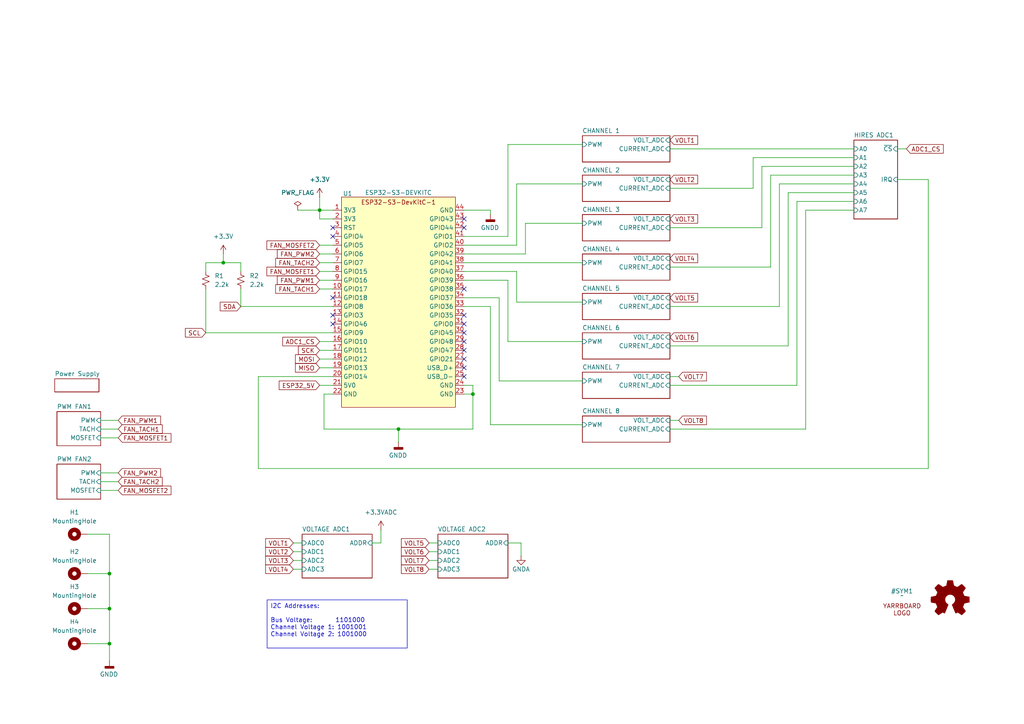
<source format=kicad_sch>
(kicad_sch (version 20231120) (generator "eeschema") (generator_version "8.0")
  (paper "A4")
  (title_block (title "FrothFET 8CH") (date "2024-08-21") (rev "D") (company "https://github.com/hoeken/frothfet"))
  (lib_symbols
    (symbol "Device:R_Small_US" (pin_numbers hide) (pin_names (offset 0.254) hide)
      (property "Reference" "R" (at 0.762 0.508 0))
      (property "Value" "R_Small_US" (at 0.762 -1.016 0))
      (symbol "R_Small_US_1_1"
        (polyline (pts (xy 0 0) (xy 1.016 -0.381) (xy 0 -0.762) (xy -1.016 -1.143) (xy 0 -1.524)))
        (polyline (pts (xy 0 1.524) (xy 1.016 1.143) (xy 0 0.762) (xy -1.016 0.381) (xy 0 0)))
        (pin passive line (at 0 2.54 270) (length 1.016) (name "~") (number "1"))
        (pin passive line (at 0 -2.54 90) (length 1.016) (name "~") (number "2"))
      )
    )
    (symbol "Graphic:Logo_Open_Hardware_Small" (in_bom no) (on_board no)
      (symbol "Logo_Open_Hardware_Small_0_1"
        (polyline (pts (xy 3.3528 -4.3434) (xy 3.302 -4.318) (xy 3.175 -4.2418) (xy 2.9972 -4.1148) (xy 2.7686 -3.9624) (xy 2.54 -3.81) (xy 2.3622 -3.7084) (xy 2.2352 -3.6068) (xy 2.1844 -3.5814) (xy 2.159 -3.6068) (xy 2.0574 -3.6576) (xy 1.905 -3.7338) (xy 1.8034 -3.7846) (xy 1.6764 -3.8354) (xy 1.6002 -3.8354) (xy 1.6002 -3.8354) (xy 1.5494 -3.7338) (xy 1.4732 -3.5306) (xy 1.3462 -3.302) (xy 1.2446 -3.0226) (xy 1.1176 -2.7178) (xy 0.9652 -2.413) (xy 0.8636 -2.1082) (xy 0.7366 -1.8288) (xy 0.6604 -1.6256) (xy 0.6096 -1.4732) (xy 0.5842 -1.397) (xy 0.5842 -1.397) (xy 0.6604 -1.3208) (xy 0.7874 -1.2446) (xy 1.0414 -1.016) (xy 1.2954 -0.6858) (xy 1.4478 -0.3302) (xy 1.524 0.0762) (xy 1.4732 0.4572) (xy 1.3208 0.8128) (xy 1.0668 1.143) (xy 0.762 1.3716) (xy 0.4064 1.524) (xy 0 1.5748) (xy -0.381 1.5494) (xy -0.7366 1.397) (xy -1.0668 1.143) (xy -1.2192 0.9906) (xy -1.397 0.6604) (xy -1.524 0.3048) (xy -1.524 0.2286) (xy -1.4986 -0.1778) (xy -1.397 -0.5334) (xy -1.1938 -0.8636) (xy -0.9144 -1.143) (xy -0.8636 -1.1684) (xy -0.7366 -1.27) (xy -0.635 -1.3462) (xy -0.5842 -1.397) (xy -1.0668 -2.5908) (xy -1.143 -2.794) (xy -1.2954 -3.1242) (xy -1.397 -3.4036) (xy -1.4986 -3.6322) (xy -1.5748 -3.7846) (xy -1.6002 -3.8354) (xy -1.6002 -3.8354) (xy -1.651 -3.8354) (xy -1.7272 -3.81) (xy -1.905 -3.7338) (xy -2.0066 -3.683) (xy -2.1336 -3.6068) (xy -2.2098 -3.5814) (xy -2.2606 -3.6068) (xy -2.3622 -3.683) (xy -2.54 -3.81) (xy -2.7686 -3.9624) (xy -2.9718 -4.0894) (xy -3.1496 -4.2164) (xy -3.302 -4.318) (xy -3.3528 -4.3434) (xy -3.3782 -4.3434) (xy -3.429 -4.318) (xy -3.5306 -4.2164) (xy -3.7084 -4.064) (xy -3.937 -3.8354) (xy -3.9624 -3.81) (xy -4.1656 -3.6068) (xy -4.318 -3.4544) (xy -4.4196 -3.3274) (xy -4.445 -3.2766) (xy -4.445 -3.2766) (xy -4.4196 -3.2258) (xy -4.318 -3.0734) (xy -4.2164 -2.8956) (xy -4.064 -2.667) (xy -3.6576 -2.0828) (xy -3.8862 -1.5494) (xy -3.937 -1.3716) (xy -4.0386 -1.1684) (xy -4.0894 -1.0414) (xy -4.1148 -0.9652) (xy -4.191 -0.9398) (xy -4.318 -0.9144) (xy -4.5466 -0.8636) (xy -4.8006 -0.8128) (xy -5.0546 -0.7874) (xy -5.2578 -0.7366) (xy -5.4356 -0.7112) (xy -5.5118 -0.6858) (xy -5.5118 -0.6858) (xy -5.5372 -0.635) (xy -5.5372 -0.5588) (xy -5.5372 -0.4318) (xy -5.5626 -0.2286) (xy -5.5626 0.0762) (xy -5.5626 0.127) (xy -5.5372 0.4064) (xy -5.5372 0.635) (xy -5.5372 0.762) (xy -5.5372 0.8382) (xy -5.5372 0.8382) (xy -5.461 0.8382) (xy -5.3086 0.889) (xy -5.08 0.9144) (xy -4.826 0.9652) (xy -4.8006 0.9906) (xy -4.5466 1.0414) (xy -4.318 1.0668) (xy -4.1656 1.1176) (xy -4.0894 1.143) (xy -4.0894 1.143) (xy -4.0386 1.2446) (xy -3.9624 1.4224) (xy -3.8608 1.6256) (xy -3.7846 1.8288) (xy -3.7084 2.0066) (xy -3.6576 2.159) (xy -3.6322 2.2098) (xy -3.6322 2.2098) (xy -3.683 2.286) (xy -3.7592 2.413) (xy -3.8862 2.5908) (xy -4.064 2.8194) (xy -4.064 2.8448) (xy -4.2164 3.0734) (xy -4.3434 3.2512) (xy -4.4196 3.3782) (xy -4.445 3.4544) (xy -4.445 3.4544) (xy -4.3942 3.5052) (xy -4.2926 3.6322) (xy -4.1148 3.81) (xy -3.937 4.0132) (xy -3.8608 4.064) (xy -3.6576 4.2926) (xy -3.5052 4.4196) (xy -3.4036 4.4958) (xy -3.3528 4.5212) (xy -3.3528 4.5212) (xy -3.302 4.4704) (xy -3.1496 4.3688) (xy -2.9718 4.2418) (xy -2.7432 4.0894) (xy -2.7178 4.0894) (xy -2.4892 3.937) (xy -2.3114 3.81) (xy -2.1844 3.7084) (xy -2.1336 3.683) (xy -2.1082 3.683) (xy -2.032 3.7084) (xy -1.8542 3.7592) (xy -1.6764 3.8354) (xy -1.4732 3.937) (xy -1.27 4.0132) (xy -1.143 4.064) (xy -1.0668 4.1148) (xy -1.0668 4.1148) (xy -1.0414 4.191) (xy -1.016 4.3434) (xy -0.9652 4.572) (xy -0.9144 4.8514) (xy -0.889 4.9022) (xy -0.8382 5.1562) (xy -0.8128 5.3848) (xy -0.7874 5.5372) (xy -0.762 5.588) (xy -0.7112 5.6134) (xy -0.5842 5.6134) (xy -0.4064 5.6134) (xy -0.1524 5.6134) (xy 0.0762 5.6134) (xy 0.3302 5.6134) (xy 0.5334 5.6134) (xy 0.6858 5.588) (xy 0.7366 5.588) (xy 0.7366 5.588) (xy 0.762 5.5118) (xy 0.8128 5.334) (xy 0.8382 5.1054) (xy 0.9144 4.826) (xy 0.9144 4.7752) (xy 0.9652 4.5212) (xy 1.016 4.2926) (xy 1.0414 4.1402) (xy 1.0668 4.0894) (xy 1.0668 4.0894) (xy 1.1938 4.0386) (xy 1.3716 3.9624) (xy 1.5748 3.8608) (xy 2.0828 3.6576) (xy 2.7178 4.0894) (xy 2.7686 4.1402) (xy 2.9972 4.2926) (xy 3.175 4.4196) (xy 3.302 4.4958) (xy 3.3782 4.5212) (xy 3.3782 4.5212) (xy 3.429 4.4704) (xy 3.556 4.3434) (xy 3.7338 4.191) (xy 3.9116 3.9878) (xy 4.064 3.8354) (xy 4.2418 3.6576) (xy 4.3434 3.556) (xy 4.4196 3.4798) (xy 4.4196 3.429) (xy 4.4196 3.4036) (xy 4.3942 3.3274) (xy 4.2926 3.2004) (xy 4.1656 2.9972) (xy 4.0132 2.794) (xy 3.8862 2.5908) (xy 3.7592 2.3876) (xy 3.6576 2.2352) (xy 3.6322 2.159) (xy 3.6322 2.1336) (xy 3.683 2.0066) (xy 3.7592 1.8288) (xy 3.8608 1.6002) (xy 4.064 1.1176) (xy 4.3942 1.0414) (xy 4.5974 1.016) (xy 4.8768 0.9652) (xy 5.1308 0.9144) (xy 5.5372 0.8382) (xy 5.5626 -0.6604) (xy 5.4864 -0.6858) (xy 5.4356 -0.6858) (xy 5.2832 -0.7366) (xy 5.0546 -0.762) (xy 4.8006 -0.8128) (xy 4.5974 -0.8636) (xy 4.3688 -0.9144) (xy 4.2164 -0.9398) (xy 4.1402 -0.9398) (xy 4.1148 -0.9652) (xy 4.064 -1.0668) (xy 3.9878 -1.2446) (xy 3.9116 -1.4478) (xy 3.81 -1.651) (xy 3.7338 -1.8542) (xy 3.683 -2.0066) (xy 3.6576 -2.0828) (xy 3.683 -2.1336) (xy 3.7846 -2.2606) (xy 3.8862 -2.4638) (xy 4.0386 -2.667) (xy 4.191 -2.8956) (xy 4.318 -3.0734) (xy 4.3942 -3.2004) (xy 4.445 -3.2766) (xy 4.4196 -3.3274) (xy 4.3434 -3.429) (xy 4.1656 -3.5814) (xy 3.937 -3.8354) (xy 3.8862 -3.8608) (xy 3.683 -4.064) (xy 3.5306 -4.2164) (xy 3.4036 -4.318) (xy 3.3528 -4.3434)) (fill (type outline)))
      )
    )
    (symbol "Mechanical:MountingHole_Pad" (pin_numbers hide) (pin_names (offset 1.016) hide)
      (property "Reference" "H" (at 0 6.35 0))
      (property "Value" "MountingHole_Pad" (at 0 4.445 0))
      (symbol "MountingHole_Pad_0_1"
        (circle (center 0 1.27) (radius 1.27) (stroke (width 1.27)))
      )
      (symbol "MountingHole_Pad_1_1"
        (pin input line (at 0 -2.54 90) (length 2.54) (name "1") (number "1"))
      )
    )
    (symbol "power:+3.3V" (power) (pin_numbers hide) (pin_names (offset 0) hide)
      (property "Value" "+3.3V" (at 0 3.556 0))
      (symbol "+3.3V_0_1"
        (polyline (pts (xy -0.762 1.27) (xy 0 2.54)))
        (polyline (pts (xy 0 0) (xy 0 2.54)))
        (polyline (pts (xy 0 2.54) (xy 0.762 1.27)))
      )
      (symbol "+3.3V_1_1"
        (pin power_in line (at 0 0 90) (length 0) (name "~") (number "1"))
      )
    )
    (symbol "power:+3.3VADC" (power) (pin_numbers hide) (pin_names (offset 0) hide)
      (property "Value" "+3.3VADC" (at 0 3.556 0))
      (symbol "+3.3VADC_0_0"
        (pin power_in line (at 0 0 90) (length 0) (name "~") (number "1"))
      )
      (symbol "+3.3VADC_0_1"
        (polyline (pts (xy -0.762 1.27) (xy 0 2.54)))
        (polyline (pts (xy 0 0) (xy 0 2.54)))
        (polyline (pts (xy 0 2.54) (xy 0.762 1.27)))
      )
    )
    (symbol "power:GNDA" (power) (pin_numbers hide) (pin_names (offset 0) hide)
      (property "Value" "GNDA" (at 0 -3.81 0))
      (symbol "GNDA_0_1"
        (polyline (pts (xy 0 0) (xy 0 -1.27) (xy 1.27 -1.27) (xy 0 -2.54) (xy -1.27 -1.27) (xy 0 -1.27)))
      )
      (symbol "GNDA_1_1"
        (pin power_in line (at 0 0 270) (length 0) (name "~") (number "1"))
      )
    )
    (symbol "power:GNDD" (power) (pin_numbers hide) (pin_names (offset 0) hide)
      (property "Value" "GNDD" (at 0 -3.175 0))
      (symbol "GNDD_0_1"
        (rectangle (start -1.27 -1.524) (end 1.27 -2.032) (stroke (width 0.254)) (fill (type outline)))
        (polyline (pts (xy 0 0) (xy 0 -1.524)))
      )
      (symbol "GNDD_1_1"
        (pin power_in line (at 0 0 270) (length 0) (name "~") (number "1"))
      )
    )
    (symbol "power:PWR_FLAG" (power) (pin_numbers hide) (pin_names (offset 0) hide)
      (property "Value" "PWR_FLAG" (at 0 3.81 0))
      (symbol "PWR_FLAG_0_0"
        (pin power_out line (at 0 0 90) (length 0) (name "~") (number "1"))
      )
      (symbol "PWR_FLAG_0_1"
        (polyline (pts (xy 0 0) (xy 0 1.27) (xy -1.016 1.905) (xy 0 2.54) (xy 1.016 1.905) (xy 0 1.27)))
      )
    )
    (symbol "yarrboard:ESP32-S3-DevKitC-1"
      (property "Reference" "U" (at -16.002 26.924 0))
      (symbol "ESP32-S3-DevKitC-1_1_1"
        (rectangle (start -16.51 25.4) (end 16.51 -35.56) (fill (type background)))
        (text "ESP32-S3-DevKitC-1" (at 0 23.876 0) (effects (font (size 1.27 1.27))))
        (pin power_in line (at -19.05 21.59 0) (length 2.54) (name "3V3") (number "1"))
        (pin bidirectional line (at -19.05 -1.27 0) (length 2.54) (name "GPIO17") (number "10"))
        (pin bidirectional line (at -19.05 -3.81 0) (length 2.54) (name "GPIO18") (number "11"))
        (pin bidirectional line (at -19.05 -6.35 0) (length 2.54) (name "GPIO8") (number "12"))
        (pin bidirectional line (at -19.05 -8.89 0) (length 2.54) (name "GPIO3") (number "13"))
        (pin bidirectional line (at -19.05 -11.43 0) (length 2.54) (name "GPIO46") (number "14"))
        (pin bidirectional line (at -19.05 -13.97 0) (length 2.54) (name "GPIO9") (number "15"))
        (pin bidirectional line (at -19.05 -16.51 0) (length 2.54) (name "GPIO10") (number "16"))
        (pin bidirectional line (at -19.05 -19.05 0) (length 2.54) (name "GPIO11") (number "17"))
        (pin bidirectional line (at -19.05 -21.59 0) (length 2.54) (name "GPIO12") (number "18"))
        (pin bidirectional line (at -19.05 -24.13 0) (length 2.54) (name "GPIO13") (number "19"))
        (pin power_in line (at -19.05 19.05 0) (length 2.54) (name "3V3") (number "2"))
        (pin bidirectional line (at -19.05 -26.67 0) (length 2.54) (name "GPIO14") (number "20"))
        (pin power_out line (at -19.05 -29.21 0) (length 2.54) (name "5V0") (number "21"))
        (pin power_in line (at -19.05 -31.75 0) (length 2.54) (name "GND") (number "22"))
        (pin power_in line (at 19.05 -31.75 180) (length 2.54) (name "GND") (number "23"))
        (pin power_in line (at 19.05 -29.21 180) (length 2.54) (name "GND") (number "24"))
        (pin bidirectional line (at 19.05 -26.67 180) (length 2.54) (name "USB_D-") (number "25"))
        (pin bidirectional line (at 19.05 -24.13 180) (length 2.54) (name "USB_D+") (number "26"))
        (pin bidirectional line (at 19.05 -21.59 180) (length 2.54) (name "GPIO21") (number "27"))
        (pin bidirectional line (at 19.05 -19.05 180) (length 2.54) (name "GPIO47") (number "28"))
        (pin bidirectional line (at 19.05 -16.51 180) (length 2.54) (name "GPIO48") (number "29"))
        (pin bidirectional line (at -19.05 16.51 0) (length 2.54) (name "RST") (number "3"))
        (pin bidirectional line (at 19.05 -13.97 180) (length 2.54) (name "GPIO45") (number "30"))
        (pin bidirectional line (at 19.05 -11.43 180) (length 2.54) (name "GPIO0") (number "31"))
        (pin power_in line (at 19.05 -8.89 180) (length 2.54) (name "GPIO35") (number "32"))
        (pin bidirectional line (at 19.05 -6.35 180) (length 2.54) (name "GPIO36") (number "33"))
        (pin bidirectional line (at 19.05 -3.81 180) (length 2.54) (name "GPIO37") (number "34"))
        (pin bidirectional line (at 19.05 -1.27 180) (length 2.54) (name "GPIO38") (number "35"))
        (pin bidirectional line (at 19.05 1.27 180) (length 2.54) (name "GPIO39") (number "36"))
        (pin bidirectional line (at 19.05 3.81 180) (length 2.54) (name "GPIO40") (number "37"))
        (pin bidirectional line (at 19.05 6.35 180) (length 2.54) (name "GPIO41") (number "38"))
        (pin bidirectional line (at 19.05 8.89 180) (length 2.54) (name "GPIO42") (number "39"))
        (pin bidirectional line (at -19.05 13.97 0) (length 2.54) (name "GPIO4") (number "4"))
        (pin bidirectional line (at 19.05 11.43 180) (length 2.54) (name "GPIO2") (number "40"))
        (pin bidirectional line (at 19.05 13.97 180) (length 2.54) (name "GPIO1") (number "41"))
        (pin bidirectional line (at 19.05 16.51 180) (length 2.54) (name "GPIO44") (number "42"))
        (pin bidirectional line (at 19.05 19.05 180) (length 2.54) (name "GPIO43") (number "43"))
        (pin power_in line (at 19.05 21.59 180) (length 2.54) (name "GND") (number "44"))
        (pin bidirectional line (at -19.05 11.43 0) (length 2.54) (name "GPIO5") (number "5"))
        (pin bidirectional line (at -19.05 8.89 0) (length 2.54) (name "GPIO6") (number "6"))
        (pin bidirectional line (at -19.05 6.35 0) (length 2.54) (name "GPIO7") (number "7"))
        (pin bidirectional line (at -19.05 3.81 0) (length 2.54) (name "GPIO15") (number "8"))
        (pin bidirectional line (at -19.05 1.27 0) (length 2.54) (name "GPIO16") (number "9"))
      )
    )
    (symbol "yarrboard:Yarrboard" (in_bom no)
      (property "Reference" "#SYM" (at 0 0 0))
      (symbol "Yarrboard_1_1"
        (text "YARRBOARD\nLOGO" (at 0 -2.794 0) (effects (font (size 1.27 1.27))))
      )
    )
  )
  (junction (at 115.57 124.46))
  (junction (at 31.75 186.69))
  (junction (at 31.75 166.37))
  (junction (at 31.75 176.53))
  (junction (at 64.77 76.2))
  (junction (at 92.71 60.96))
  (junction (at 137.16 114.3))
  (no_connect (at 134.62 66.04))
  (no_connect (at 96.52 86.36))
  (no_connect (at 134.62 93.98))
  (no_connect (at 134.62 101.6))
  (no_connect (at 134.62 109.22))
  (no_connect (at 96.52 91.44))
  (no_connect (at 134.62 83.82))
  (no_connect (at 134.62 106.68))
  (no_connect (at 134.62 99.06))
  (no_connect (at 134.62 91.44))
  (no_connect (at 96.52 66.04))
  (no_connect (at 134.62 104.14))
  (no_connect (at 96.52 68.58))
  (no_connect (at 96.52 93.98))
  (no_connect (at 134.62 63.5))
  (no_connect (at 134.62 96.52))
  (wire (pts (xy 29.21 124.46) (xy 34.29 124.46)))
  (wire (pts (xy 64.77 73.66) (xy 64.77 76.2)))
  (wire (pts (xy 260.35 52.07) (xy 269.24 52.07)))
  (wire (pts (xy 85.09 157.48) (xy 87.63 157.48)))
  (wire (pts (xy 31.75 154.94) (xy 31.75 166.37)))
  (wire (pts (xy 92.71 57.15) (xy 92.71 60.96)))
  (wire (pts (xy 226.06 53.34) (xy 226.06 88.9)))
  (wire (pts (xy 64.77 76.2) (xy 69.85 76.2)))
  (wire (pts (xy 31.75 176.53) (xy 31.75 186.69)))
  (wire (pts (xy 124.46 160.02) (xy 127 160.02)))
  (wire (pts (xy 144.78 110.49) (xy 144.78 86.36)))
  (wire (pts (xy 196.85 121.92) (xy 194.31 121.92)))
  (wire (pts (xy 92.71 111.76) (xy 96.52 111.76)))
  (wire (pts (xy 151.13 157.48) (xy 151.13 161.29)))
  (wire (pts (xy 228.6 55.88) (xy 247.65 55.88)))
  (wire (pts (xy 142.24 60.96) (xy 142.24 62.23)))
  (wire (pts (xy 29.21 137.16) (xy 34.29 137.16)))
  (wire (pts (xy 59.69 76.2) (xy 64.77 76.2)))
  (wire (pts (xy 25.4 154.94) (xy 31.75 154.94)))
  (wire (pts (xy 134.62 76.2) (xy 168.91 76.2)))
  (wire (pts (xy 29.21 142.24) (xy 34.29 142.24)))
  (wire (pts (xy 142.24 123.19) (xy 168.91 123.19)))
  (wire (pts (xy 96.52 63.5) (xy 92.71 63.5)))
  (wire (pts (xy 92.71 83.82) (xy 96.52 83.82)))
  (wire (pts (xy 69.85 83.82) (xy 69.85 88.9)))
  (wire (pts (xy 134.62 60.96) (xy 142.24 60.96)))
  (wire (pts (xy 134.62 111.76) (xy 137.16 111.76)))
  (wire (pts (xy 194.31 88.9) (xy 226.06 88.9)))
  (wire (pts (xy 107.95 157.48) (xy 110.49 157.48)))
  (wire (pts (xy 147.32 68.58) (xy 134.62 68.58)))
  (wire (pts (xy 194.31 66.04) (xy 220.98 66.04)))
  (wire (pts (xy 25.4 176.53) (xy 31.75 176.53)))
  (wire (pts (xy 93.98 114.3) (xy 96.52 114.3)))
  (wire (pts (xy 92.71 60.96) (xy 96.52 60.96)))
  (wire (pts (xy 262.89 43.18) (xy 260.35 43.18)))
  (wire (pts (xy 124.46 157.48) (xy 127 157.48)))
  (wire (pts (xy 69.85 76.2) (xy 69.85 78.74)))
  (wire (pts (xy 137.16 114.3) (xy 137.16 124.46)))
  (wire (pts (xy 147.32 99.06) (xy 147.32 81.28)))
  (wire (pts (xy 31.75 166.37) (xy 31.75 176.53)))
  (wire (pts (xy 29.21 127) (xy 34.29 127)))
  (wire (pts (xy 194.31 100.33) (xy 228.6 100.33)))
  (wire (pts (xy 137.16 111.76) (xy 137.16 114.3)))
  (wire (pts (xy 115.57 124.46) (xy 137.16 124.46)))
  (wire (pts (xy 231.14 58.42) (xy 231.14 111.76)))
  (wire (pts (xy 74.93 135.89) (xy 74.93 109.22)))
  (wire (pts (xy 85.09 160.02) (xy 87.63 160.02)))
  (wire (pts (xy 25.4 186.69) (xy 31.75 186.69)))
  (wire (pts (xy 218.44 45.72) (xy 247.65 45.72)))
  (wire (pts (xy 92.71 104.14) (xy 96.52 104.14)))
  (wire (pts (xy 115.57 128.27) (xy 115.57 124.46)))
  (wire (pts (xy 194.31 77.47) (xy 223.52 77.47)))
  (wire (pts (xy 233.68 124.46) (xy 233.68 60.96)))
  (wire (pts (xy 194.31 43.18) (xy 247.65 43.18)))
  (wire (pts (xy 92.71 73.66) (xy 96.52 73.66)))
  (wire (pts (xy 59.69 76.2) (xy 59.69 78.74)))
  (wire (pts (xy 194.31 124.46) (xy 233.68 124.46)))
  (wire (pts (xy 223.52 50.8) (xy 223.52 77.47)))
  (wire (pts (xy 194.31 109.22) (xy 196.85 109.22)))
  (wire (pts (xy 29.21 139.7) (xy 34.29 139.7)))
  (wire (pts (xy 152.4 64.77) (xy 168.91 64.77)))
  (wire (pts (xy 149.86 78.74) (xy 134.62 78.74)))
  (wire (pts (xy 31.75 186.69) (xy 31.75 191.77)))
  (wire (pts (xy 147.32 99.06) (xy 168.91 99.06)))
  (wire (pts (xy 59.69 96.52) (xy 96.52 96.52)))
  (wire (pts (xy 149.86 87.63) (xy 149.86 78.74)))
  (wire (pts (xy 147.32 157.48) (xy 151.13 157.48)))
  (wire (pts (xy 25.4 166.37) (xy 31.75 166.37)))
  (wire (pts (xy 144.78 86.36) (xy 134.62 86.36)))
  (wire (pts (xy 74.93 109.22) (xy 96.52 109.22)))
  (wire (pts (xy 194.31 54.61) (xy 218.44 54.61)))
  (wire (pts (xy 228.6 55.88) (xy 228.6 100.33)))
  (wire (pts (xy 92.71 99.06) (xy 96.52 99.06)))
  (wire (pts (xy 110.49 157.48) (xy 110.49 153.67)))
  (wire (pts (xy 124.46 162.56) (xy 127 162.56)))
  (wire (pts (xy 220.98 48.26) (xy 247.65 48.26)))
  (wire (pts (xy 194.31 111.76) (xy 231.14 111.76)))
  (wire (pts (xy 29.21 121.92) (xy 34.29 121.92)))
  (wire (pts (xy 144.78 110.49) (xy 168.91 110.49)))
  (wire (pts (xy 149.86 71.12) (xy 134.62 71.12)))
  (wire (pts (xy 233.68 60.96) (xy 247.65 60.96)))
  (wire (pts (xy 142.24 88.9) (xy 142.24 123.19)))
  (wire (pts (xy 85.09 162.56) (xy 87.63 162.56)))
  (wire (pts (xy 86.36 60.96) (xy 92.71 60.96)))
  (wire (pts (xy 147.32 41.91) (xy 168.91 41.91)))
  (wire (pts (xy 92.71 101.6) (xy 96.52 101.6)))
  (wire (pts (xy 269.24 135.89) (xy 74.93 135.89)))
  (wire (pts (xy 137.16 114.3) (xy 134.62 114.3)))
  (wire (pts (xy 93.98 124.46) (xy 115.57 124.46)))
  (wire (pts (xy 149.86 53.34) (xy 149.86 71.12)))
  (wire (pts (xy 92.71 106.68) (xy 96.52 106.68)))
  (wire (pts (xy 269.24 52.07) (xy 269.24 135.89)))
  (wire (pts (xy 147.32 41.91) (xy 147.32 68.58)))
  (wire (pts (xy 93.98 114.3) (xy 93.98 124.46)))
  (wire (pts (xy 92.71 60.96) (xy 92.71 63.5)))
  (wire (pts (xy 59.69 83.82) (xy 59.69 96.52)))
  (wire (pts (xy 92.71 76.2) (xy 96.52 76.2)))
  (wire (pts (xy 69.85 88.9) (xy 96.52 88.9)))
  (wire (pts (xy 85.09 165.1) (xy 87.63 165.1)))
  (wire (pts (xy 147.32 81.28) (xy 134.62 81.28)))
  (wire (pts (xy 149.86 87.63) (xy 168.91 87.63)))
  (wire (pts (xy 92.71 81.28) (xy 96.52 81.28)))
  (wire (pts (xy 220.98 48.26) (xy 220.98 66.04)))
  (wire (pts (xy 152.4 73.66) (xy 134.62 73.66)))
  (wire (pts (xy 223.52 50.8) (xy 247.65 50.8)))
  (wire (pts (xy 124.46 165.1) (xy 127 165.1)))
  (wire (pts (xy 231.14 58.42) (xy 247.65 58.42)))
  (wire (pts (xy 152.4 64.77) (xy 152.4 73.66)))
  (wire (pts (xy 92.71 71.12) (xy 96.52 71.12)))
  (wire (pts (xy 226.06 53.34) (xy 247.65 53.34)))
  (wire (pts (xy 92.71 78.74) (xy 96.52 78.74)))
  (wire (pts (xy 149.86 53.34) (xy 168.91 53.34)))
  (wire (pts (xy 218.44 45.72) (xy 218.44 54.61)))
  (wire (pts (xy 134.62 88.9) (xy 142.24 88.9)))
  (text_box "I2C Addresses:\n\nBus Voltage:       1101000\nChannel Voltage 1: 1001001\nChannel Voltage 2: 1001000" (at 77.47 173.99 0) (size 40.64 13.97) (effects (font (size 1.27 1.27)) (justify left top)))
  (global_label "VOLT3" (shape input) (at 85.09 162.56 180) (property "Intersheetrefs" "${INTERSHEET_REFS}" (effects (hide yes))))
  (global_label "FAN_MOSFET2" (shape input) (at 92.71 71.12 180) (property "Intersheetrefs" "${INTERSHEET_REFS}" (effects (hide yes))))
  (global_label "VOLT7" (shape input) (at 196.85 109.22 0) (property "Intersheetrefs" "${INTERSHEET_REFS}" (effects (hide yes))))
  (global_label "VOLT4" (shape input) (at 194.31 74.93 0) (property "Intersheetrefs" "${INTERSHEET_REFS}" (effects (hide yes))))
  (global_label "ADC1_CS" (shape input) (at 262.89 43.18 0) (property "Intersheetrefs" "${INTERSHEET_REFS}" (effects (hide yes))))
  (global_label "ADC1_CS" (shape input) (at 92.71 99.06 180) (property "Intersheetrefs" "${INTERSHEET_REFS}" (effects (hide yes))))
  (global_label "VOLT5" (shape input) (at 124.46 157.48 180) (property "Intersheetrefs" "${INTERSHEET_REFS}" (effects (hide yes))))
  (global_label "SCL" (shape input) (at 59.69 96.52 180) (property "Intersheetrefs" "${INTERSHEET_REFS}" (effects (hide yes))))
  (global_label "FAN_TACH2" (shape input) (at 34.29 139.7 0) (property "Intersheetrefs" "${INTERSHEET_REFS}" (effects (hide yes))))
  (global_label "VOLT5" (shape input) (at 194.31 86.36 0) (property "Intersheetrefs" "${INTERSHEET_REFS}" (effects (hide yes))))
  (global_label "VOLT7" (shape input) (at 124.46 162.56 180) (property "Intersheetrefs" "${INTERSHEET_REFS}" (effects (hide yes))))
  (global_label "FAN_MOSFET1" (shape input) (at 34.29 127 0) (property "Intersheetrefs" "${INTERSHEET_REFS}" (effects (hide yes))))
  (global_label "VOLT4" (shape input) (at 85.09 165.1 180) (property "Intersheetrefs" "${INTERSHEET_REFS}" (effects (hide yes))))
  (global_label "VOLT2" (shape input) (at 194.31 52.07 0) (property "Intersheetrefs" "${INTERSHEET_REFS}" (effects (hide yes))))
  (global_label "VOLT2" (shape input) (at 85.09 160.02 180) (property "Intersheetrefs" "${INTERSHEET_REFS}" (effects (hide yes))))
  (global_label "VOLT1" (shape input) (at 85.09 157.48 180) (property "Intersheetrefs" "${INTERSHEET_REFS}" (effects (hide yes))))
  (global_label "VOLT8" (shape input) (at 196.85 121.92 0) (property "Intersheetrefs" "${INTERSHEET_REFS}" (effects (hide yes))))
  (global_label "FAN_PWM1" (shape input) (at 92.71 81.28 180) (property "Intersheetrefs" "${INTERSHEET_REFS}" (effects (hide yes))))
  (global_label "VOLT6" (shape input) (at 194.31 97.79 0) (property "Intersheetrefs" "${INTERSHEET_REFS}" (effects (hide yes))))
  (global_label "MOSI" (shape input) (at 92.71 104.14 180) (property "Intersheetrefs" "${INTERSHEET_REFS}" (effects (hide yes))))
  (global_label "FAN_MOSFET1" (shape input) (at 92.71 78.74 180) (property "Intersheetrefs" "${INTERSHEET_REFS}" (effects (hide yes))))
  (global_label "FAN_PWM2" (shape input) (at 34.29 137.16 0) (property "Intersheetrefs" "${INTERSHEET_REFS}" (effects (hide yes))))
  (global_label "VOLT3" (shape input) (at 194.31 63.5 0) (property "Intersheetrefs" "${INTERSHEET_REFS}" (effects (hide yes))))
  (global_label "MISO" (shape input) (at 92.71 106.68 180) (property "Intersheetrefs" "${INTERSHEET_REFS}" (effects (hide yes))))
  (global_label "SCK" (shape input) (at 92.71 101.6 180) (property "Intersheetrefs" "${INTERSHEET_REFS}" (effects (hide yes))))
  (global_label "VOLT1" (shape input) (at 194.31 40.64 0) (property "Intersheetrefs" "${INTERSHEET_REFS}" (effects (hide yes))))
  (global_label "ESP32_5V" (shape input) (at 92.71 111.76 180) (property "Intersheetrefs" "${INTERSHEET_REFS}" (effects (hide yes))))
  (global_label "FAN_PWM1" (shape input) (at 34.29 121.92 0) (property "Intersheetrefs" "${INTERSHEET_REFS}" (effects (hide yes))))
  (global_label "FAN_MOSFET2" (shape input) (at 34.29 142.24 0) (property "Intersheetrefs" "${INTERSHEET_REFS}" (effects (hide yes))))
  (global_label "VOLT6" (shape input) (at 124.46 160.02 180) (property "Intersheetrefs" "${INTERSHEET_REFS}" (effects (hide yes))))
  (global_label "FAN_PWM2" (shape input) (at 92.71 73.66 180) (property "Intersheetrefs" "${INTERSHEET_REFS}" (effects (hide yes))))
  (global_label "VOLT8" (shape input) (at 124.46 165.1 180) (property "Intersheetrefs" "${INTERSHEET_REFS}" (effects (hide yes))))
  (global_label "FAN_TACH1" (shape input) (at 34.29 124.46 0) (property "Intersheetrefs" "${INTERSHEET_REFS}" (effects (hide yes))))
  (global_label "FAN_TACH2" (shape input) (at 92.71 76.2 180) (property "Intersheetrefs" "${INTERSHEET_REFS}" (effects (hide yes))))
  (global_label "FAN_TACH1" (shape input) (at 92.71 83.82 180) (property "Intersheetrefs" "${INTERSHEET_REFS}" (effects (hide yes))))
  (global_label "SDA" (shape input) (at 69.85 88.9 180) (property "Intersheetrefs" "${INTERSHEET_REFS}" (effects (hide yes))))
  (symbol (lib_id "Device:R_Small_US") (at 59.69 81.28 180) (unit 1)
    (property "Reference" "R1" (at 62.23 80.01 0) (effects (justify right)))
    (property "Value" "2.2k" (at 62.23 82.55 0) (effects (justify right)))
    (property "Footprint" "Resistor_SMD:R_0805_2012Metric_Pad1.20x1.40mm_HandSolder" (effects (hide yes)))
    (property "LCSC" "C114561" (effects (hide yes)))
  )
  (symbol (lib_id "yarrboard:ESP32-S3-DevKitC-1") (at 115.57 82.55 0) (unit 1)
    (property "Reference" "U1" (at 100.838 56.134 0))
    (property "Value" "ESP32-S3-DEVKITC" (at 115.57 55.88 0))
    (property "Footprint" "yarrboard:Waveshare-ESP32-S3-dev-kit" (effects (hide yes)))
  )
  (symbol (lib_id "power:GNDA") (at 151.13 161.29 0) (unit 1)
    (property "Reference" "#PWR06" (effects (hide yes)))
    (property "Value" "GNDA" (at 151.13 165.1 0))
    (property "Description" "Power symbol creates a global label with name \"GNDA\" , analog ground" (effects (hide yes)))
  )
  (symbol (lib_id "power:GNDD") (at 115.57 128.27 0) (unit 1)
    (property "Reference" "#PWR05" (effects (hide yes)))
    (property "Value" "GNDD" (at 118.11 132.08 0) (effects (justify right)))
    (property "Description" "Power symbol creates a global label with name \"GNDD\" , digital ground" (effects (hide yes)))
  )
  (symbol (lib_id "Mechanical:MountingHole_Pad") (at 22.86 166.37 90) (unit 1) (in_bom no)
    (property "Reference" "H2" (at 21.59 160.02 90))
    (property "Value" "MountingHole" (at 21.59 162.56 90))
    (property "Footprint" "MountingHole:MountingHole_3.2mm_M3_DIN965_Pad" (effects (hide yes)))
  )
  (symbol (lib_id "power:+3.3V") (at 64.77 73.66 0) (mirror y) (unit 1)
    (property "Reference" "#PWR02" (effects (hide yes)))
    (property "Value" "+3.3V" (at 64.77 68.58 0))
    (property "Description" "Power symbol creates a global label with name \"+3.3V\"" (effects (hide yes)))
  )
  (symbol (lib_id "yarrboard:Yarrboard") (at 261.62 173.99 0) (unit 1) (in_bom no)
    (property "Reference" "#SYM1" (at 261.62 171.45 0))
    (property "Value" "~" (at 261.62 172.72 0))
    (property "Footprint" "yarrboard:Logo Small" (effects (hide yes)))
  )
  (symbol (lib_id "power:PWR_FLAG") (at 86.36 60.96 0) (unit 1)
    (property "Reference" "#FLG01" (effects (hide yes)))
    (property "Value" "PWR_FLAG" (at 86.36 55.88 0))
    (property "Description" "Special symbol for telling ERC where power comes from" (effects (hide yes)))
  )
  (symbol (lib_id "power:+3.3V") (at 92.71 57.15 0) (unit 1)
    (property "Reference" "#PWR04" (effects (hide yes)))
    (property "Value" "+3.3V" (at 92.71 52.07 0))
    (property "Description" "Power symbol creates a global label with name \"+3.3V\"" (effects (hide yes)))
  )
  (symbol (lib_id "Device:R_Small_US") (at 69.85 81.28 180) (unit 1)
    (property "Reference" "R2" (at 72.39 80.01 0) (effects (justify right)))
    (property "Value" "2.2k" (at 72.39 82.55 0) (effects (justify right)))
    (property "Footprint" "Resistor_SMD:R_0805_2012Metric_Pad1.20x1.40mm_HandSolder" (effects (hide yes)))
    (property "LCSC" "C114561" (effects (hide yes)))
  )
  (symbol (lib_id "Mechanical:MountingHole_Pad") (at 22.86 186.69 90) (unit 1) (in_bom no)
    (property "Reference" "H4" (at 21.59 180.34 90))
    (property "Value" "MountingHole" (at 21.59 182.88 90))
    (property "Footprint" "MountingHole:MountingHole_3.2mm_M3_DIN965_Pad" (effects (hide yes)))
  )
  (symbol (lib_id "Graphic:Logo_Open_Hardware_Small") (at 275.59 173.99 0) (unit 1) (exclude_from_sim yes) (in_bom no)
    (property "Reference" "LOGO1" (effects (hide yes)))
    (property "Value" "Logo_Open_Hardware_Small" (effects (hide yes)))
    (property "Footprint" "Symbol:OSHW-Logo2_14.6x12mm_SilkScreen" (effects (hide yes)))
    (property "Description" "Open Hardware logo, small" (effects (hide yes)))
  )
  (symbol (lib_id "Mechanical:MountingHole_Pad") (at 22.86 154.94 90) (unit 1) (in_bom no)
    (property "Reference" "H1" (at 21.59 148.59 90))
    (property "Value" "MountingHole" (at 21.59 151.13 90))
    (property "Footprint" "MountingHole:MountingHole_3.2mm_M3_DIN965_Pad" (effects (hide yes)))
  )
  (symbol (lib_id "power:GNDD") (at 31.75 191.77 0) (unit 1)
    (property "Reference" "#PWR01" (effects (hide yes)))
    (property "Value" "GNDD" (at 34.29 195.58 0) (effects (justify right)))
    (property "Description" "Power symbol creates a global label with name \"GNDD\" , digital ground" (effects (hide yes)))
  )
  (symbol (lib_id "Mechanical:MountingHole_Pad") (at 22.86 176.53 90) (unit 1) (in_bom no)
    (property "Reference" "H3" (at 21.59 170.18 90))
    (property "Value" "MountingHole" (at 21.59 172.72 90))
    (property "Footprint" "MountingHole:MountingHole_3.2mm_M3_DIN965_Pad" (effects (hide yes)))
  )
  (symbol (lib_id "power:+3.3VADC") (at 110.49 153.67 0) (unit 1)
    (property "Reference" "#PWR03" (effects (hide yes)))
    (property "Value" "+3.3VADC" (at 110.49 148.59 0))
    (property "Description" "Power symbol creates a global label with name \"+3.3VADC\"" (effects (hide yes)))
  )
  (symbol (lib_id "power:GNDD") (at 142.24 62.23 0) (unit 1)
    (property "Reference" "#PWR07" (effects (hide yes)))
    (property "Value" "GNDD" (at 144.78 66.04 0) (effects (justify right)))
    (property "Description" "Power symbol creates a global label with name \"GNDD\" , digital ground" (effects (hide yes)))
  )
  (sheet (at 16.51 134.62) (size 12.7 10.16) (stroke (width 0.1524))
    (property "Sheetname" "PWM FAN2" (at 16.51 133.9084 0) (effects (justify left bottom)))
    (property "Sheetfile" "pwm fan.kicad_sch" (effects (hide yes)))
    (pin "PWM" input (at 29.21 137.16 0))
    (pin "TACH" input (at 29.21 139.7 0))
    (pin "MOSFET" input (at 29.21 142.24 0))
  )
  (sheet (at 168.91 39.37) (size 25.4 7.62) (stroke (width 0.1524))
    (property "Sheetname" "CHANNEL 1" (at 168.91 38.6584 0) (effects (justify left bottom)))
    (property "Sheetfile" "mosfet.kicad_sch" (effects (hide yes)))
    (pin "PWM" input (at 168.91 41.91 180))
    (pin "CURRENT_ADC" input (at 194.31 43.18 0))
    (pin "VOLT_ADC" input (at 194.31 40.64 0))
  )
  (sheet (at 168.91 62.23) (size 25.4 7.62) (stroke (width 0.1524))
    (property "Sheetname" "CHANNEL 3" (at 168.91 61.5184 0) (effects (justify left bottom)))
    (property "Sheetfile" "mosfet.kicad_sch" (effects (hide yes)))
    (pin "PWM" input (at 168.91 64.77 180))
    (pin "CURRENT_ADC" input (at 194.31 66.04 0))
    (pin "VOLT_ADC" input (at 194.31 63.5 0))
  )
  (sheet (at 168.91 96.52) (size 25.4 7.62) (stroke (width 0.1524))
    (property "Sheetname" "CHANNEL 6" (at 168.91 95.8084 0) (effects (justify left bottom)))
    (property "Sheetfile" "mosfet.kicad_sch" (effects (hide yes)))
    (pin "PWM" input (at 168.91 99.06 180))
    (pin "CURRENT_ADC" input (at 194.31 100.33 0))
    (pin "VOLT_ADC" input (at 194.31 97.79 0))
  )
  (sheet (at 168.91 107.95) (size 25.4 7.62) (stroke (width 0.1524))
    (property "Sheetname" "CHANNEL 7" (at 168.91 107.2384 0) (effects (justify left bottom)))
    (property "Sheetfile" "mosfet.kicad_sch" (effects (hide yes)))
    (pin "PWM" input (at 168.91 110.49 180))
    (pin "CURRENT_ADC" input (at 194.31 111.76 0))
    (pin "VOLT_ADC" input (at 194.31 109.22 0))
  )
  (sheet (at 168.91 73.66) (size 25.4 7.62) (stroke (width 0.1524))
    (property "Sheetname" "CHANNEL 4" (at 168.91 72.9484 0) (effects (justify left bottom)))
    (property "Sheetfile" "mosfet.kicad_sch" (effects (hide yes)))
    (pin "PWM" input (at 168.91 76.2 180))
    (pin "CURRENT_ADC" input (at 194.31 77.47 0))
    (pin "VOLT_ADC" input (at 194.31 74.93 0))
  )
  (sheet (at 168.91 85.09) (size 25.4 7.62) (stroke (width 0.1524))
    (property "Sheetname" "CHANNEL 5" (at 168.91 84.3784 0) (effects (justify left bottom)))
    (property "Sheetfile" "mosfet.kicad_sch" (effects (hide yes)))
    (pin "PWM" input (at 168.91 87.63 180))
    (pin "CURRENT_ADC" input (at 194.31 88.9 0))
    (pin "VOLT_ADC" input (at 194.31 86.36 0))
  )
  (sheet (at 127 154.94) (size 20.32 12.7) (stroke (width 0.1524))
    (property "Sheetname" "VOLTAGE ADC2" (at 127 154.2284 0) (effects (justify left bottom)))
    (property "Sheetfile" "voltage_adc.kicad_sch" (effects (hide yes)))
    (pin "ADC0" input (at 127 157.48 180))
    (pin "ADC1" input (at 127 160.02 180))
    (pin "ADC2" input (at 127 162.56 180))
    (pin "ADC3" input (at 127 165.1 180))
    (pin "ADDR" input (at 147.32 157.48 0))
  )
  (sheet (at 168.91 120.65) (size 25.4 7.62) (stroke (width 0.1524))
    (property "Sheetname" "CHANNEL 8" (at 168.91 119.9384 0) (effects (justify left bottom)))
    (property "Sheetfile" "mosfet.kicad_sch" (effects (hide yes)))
    (pin "PWM" input (at 168.91 123.19 180))
    (pin "CURRENT_ADC" input (at 194.31 124.46 0))
    (pin "VOLT_ADC" input (at 194.31 121.92 0))
  )
  (sheet (at 16.51 119.38) (size 12.7 9.906) (stroke (width 0.1524))
    (property "Sheetname" "PWM FAN1" (at 16.51 118.6684 0) (effects (justify left bottom)))
    (property "Sheetfile" "pwm fan.kicad_sch" (effects (hide yes)))
    (pin "PWM" input (at 29.21 121.92 0))
    (pin "TACH" input (at 29.21 124.46 0))
    (pin "MOSFET" input (at 29.21 127 0))
  )
  (sheet (at 247.65 40.64) (size 12.7 22.86) (stroke (width 0.1524))
    (property "Sheetname" "HIRES ADC1" (at 247.65 39.9284 0) (effects (justify left bottom)))
    (property "Sheetfile" "adc.kicad_sch" (effects (hide yes)))
    (pin "A6" input (at 247.65 58.42 180))
    (pin "A5" input (at 247.65 55.88 180))
    (pin "A7" input (at 247.65 60.96 180))
    (pin "A2" input (at 247.65 48.26 180))
    (pin "A3" input (at 247.65 50.8 180))
    (pin "A0" input (at 247.65 43.18 180))
    (pin "A4" input (at 247.65 53.34 180))
    (pin "A1" input (at 247.65 45.72 180))
    (pin "~{CS}" input (at 260.35 43.18 0))
    (pin "IRQ" input (at 260.35 52.07 0))
  )
  (sheet (at 87.63 154.94) (size 20.32 12.7) (stroke (width 0.1524))
    (property "Sheetname" "VOLTAGE ADC1" (at 87.63 154.2284 0) (effects (justify left bottom)))
    (property "Sheetfile" "voltage_adc.kicad_sch" (effects (hide yes)))
    (pin "ADC0" input (at 87.63 157.48 180))
    (pin "ADC1" input (at 87.63 160.02 180))
    (pin "ADC2" input (at 87.63 162.56 180))
    (pin "ADC3" input (at 87.63 165.1 180))
    (pin "ADDR" input (at 107.95 157.48 0))
  )
  (sheet (at 168.91 50.8) (size 25.4 7.62) (stroke (width 0.1524))
    (property "Sheetname" "CHANNEL 2" (at 168.91 50.0884 0) (effects (justify left bottom)))
    (property "Sheetfile" "mosfet.kicad_sch" (effects (hide yes)))
    (pin "PWM" input (at 168.91 53.34 180))
    (pin "CURRENT_ADC" input (at 194.31 54.61 0))
    (pin "VOLT_ADC" input (at 194.31 52.07 0))
  )
  (sheet (at 15.875 109.855) (size 12.827 3.81) (stroke (width 0.1524))
    (property "Sheetname" "Power Supply" (at 15.875 109.1434 0) (effects (justify left bottom)))
    (property "Sheetfile" "power.kicad_sch" (effects (hide yes)))
  )
)
</source>
